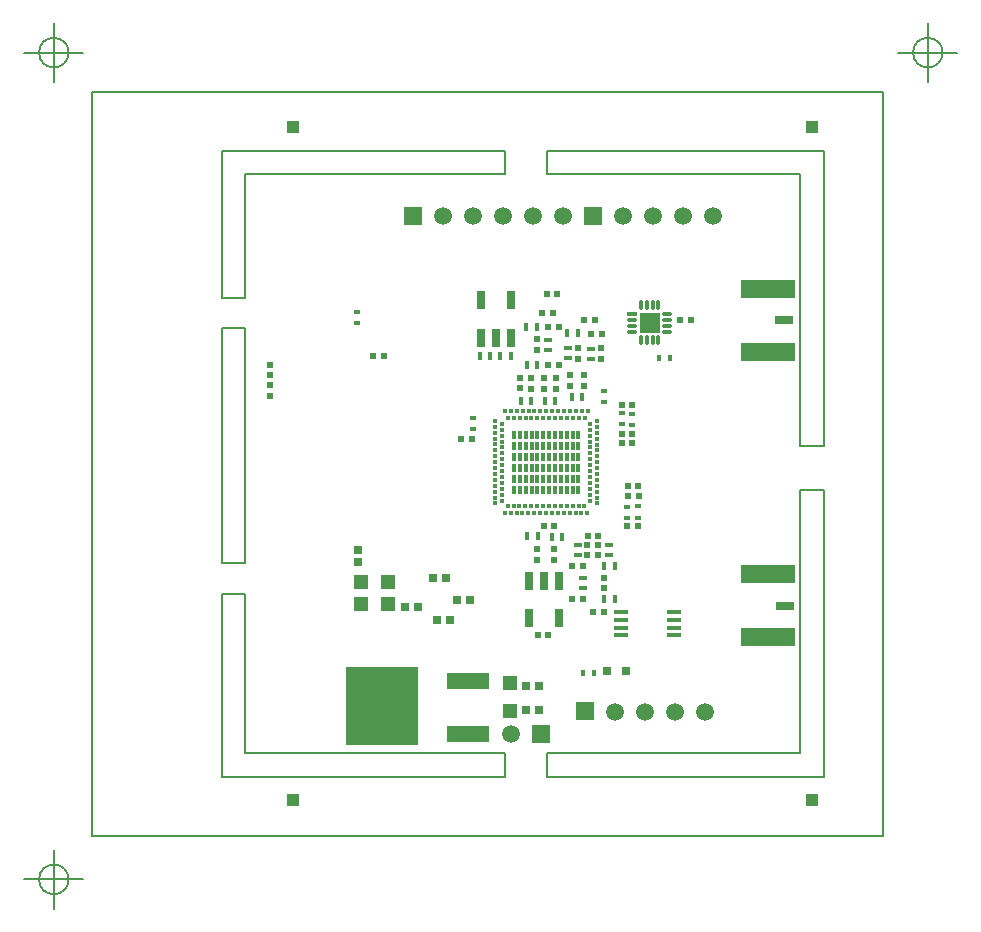
<source format=gtp>
G04 (created by PCBNEW-RS274X (2012-08-04 BZR 3667)-testing) date 10/19/2012 6:39:08 PM*
%MOIN*%
G04 Gerber Fmt 3.4, Leading zero omitted, Abs format*
%FSLAX34Y34*%
G01*
G70*
G90*
G04 APERTURE LIST*
%ADD10C,0.0017*%
%ADD11C,0.0059*%
%ADD12C,0.0077*%
%ADD13R,0.0392X0.0392*%
%ADD14R,0.0472X0.051*%
%ADD15R,0.051X0.0472*%
%ADD16R,0.0195X0.0175*%
%ADD17R,0.0175X0.0195*%
%ADD18R,0.0259X0.014*%
%ADD19R,0.014X0.0259*%
%ADD20R,0.0275X0.0314*%
%ADD21R,0.0314X0.0275*%
%ADD22R,0.0195X0.0195*%
%ADD23R,0.1417X0.055*%
%ADD24R,0.244X0.2598*%
%ADD25R,0.0314X0.0314*%
%ADD26R,0.1849X0.0589*%
%ADD27R,0.0589X0.0275*%
%ADD28C,0.0597*%
%ADD29R,0.0597X0.0597*%
%ADD30R,0.0472X0.015*%
%ADD31O,0.0472X0.015*%
%ADD32R,0.0299X0.0649*%
%ADD33R,0.0669X0.0669*%
%ADD34O,0.0117X0.0335*%
%ADD35O,0.0122X0.0335*%
%ADD36O,0.0118X0.0335*%
%ADD37O,0.0335X0.0118*%
%ADD38R,0.0335X0.0118*%
%ADD39O,0.0335X0.0122*%
%ADD40R,0.0117X0.0275*%
%ADD41R,0.0117X0.0117*%
%ADD42R,0.0117X0.0177*%
%ADD43R,0.0177X0.0117*%
G04 APERTURE END LIST*
G54D10*
G54D11*
X41831Y-53937D02*
G75*
G03X41831Y-53937I-492J0D01*
G74*
G01*
X40355Y-53937D02*
X42323Y-53937D01*
X41339Y-52953D02*
X41339Y-54921D01*
X70964Y-26378D02*
G75*
G03X70964Y-26378I-492J0D01*
G74*
G01*
X69488Y-26378D02*
X71456Y-26378D01*
X70472Y-25394D02*
X70472Y-27362D01*
X41831Y-26378D02*
G75*
G03X41831Y-26378I-492J0D01*
G74*
G01*
X40355Y-26378D02*
X42323Y-26378D01*
X41339Y-25394D02*
X41339Y-27362D01*
G54D12*
X42606Y-52483D02*
X42606Y-27680D01*
X68983Y-52483D02*
X42606Y-52483D01*
X68983Y-27680D02*
X68983Y-52483D01*
X42606Y-27680D02*
X68983Y-27680D01*
X66228Y-30437D02*
X66228Y-39492D01*
X57764Y-30437D02*
X66228Y-30437D01*
X57764Y-29650D02*
X57764Y-30437D01*
X67016Y-29650D02*
X57764Y-29650D01*
X67016Y-39492D02*
X67016Y-29650D01*
X66228Y-39492D02*
X67016Y-39492D01*
X57764Y-50515D02*
X57764Y-49728D01*
X67016Y-50515D02*
X57764Y-50515D01*
X67016Y-40948D02*
X67016Y-50515D01*
X66228Y-40948D02*
X67016Y-40948D01*
X66228Y-49728D02*
X66228Y-40948D01*
X57764Y-49728D02*
X66228Y-49728D01*
X46936Y-50515D02*
X46936Y-44413D01*
X56386Y-50515D02*
X46936Y-50515D01*
X56386Y-49728D02*
X56386Y-50515D01*
X47724Y-49728D02*
X56386Y-49728D01*
X47724Y-44413D02*
X47724Y-49728D01*
X46936Y-44413D02*
X47724Y-44413D01*
X46936Y-43390D02*
X46936Y-35555D01*
X47724Y-43390D02*
X46936Y-43390D01*
X47724Y-35555D02*
X47724Y-43390D01*
X46936Y-35555D02*
X47724Y-35555D01*
X47724Y-30437D02*
X47724Y-34570D01*
X46936Y-34570D02*
X47724Y-34570D01*
X46936Y-29648D02*
X46936Y-34570D01*
X46936Y-29648D02*
X56384Y-29648D01*
X56384Y-29648D02*
X56384Y-30437D01*
X47724Y-30437D02*
X56384Y-30437D01*
G54D13*
X49299Y-51303D03*
X49299Y-51303D03*
X66622Y-51303D03*
X66622Y-51303D03*
X66621Y-28862D03*
X66621Y-28862D03*
G54D14*
X56532Y-48310D03*
X56532Y-47406D03*
G54D15*
X51568Y-44036D03*
X52472Y-44036D03*
X51568Y-44772D03*
X52472Y-44772D03*
G54D16*
X51445Y-35036D03*
X51445Y-35406D03*
G54D17*
X61870Y-36559D03*
X61500Y-36559D03*
G54D16*
X60461Y-41890D03*
X60461Y-41520D03*
X55299Y-38559D03*
X55299Y-38929D03*
X60827Y-41504D03*
X60827Y-41874D03*
X60618Y-38784D03*
X60618Y-38414D03*
X60264Y-38402D03*
X60264Y-38772D03*
X59665Y-38024D03*
X59665Y-37654D03*
G54D18*
X58799Y-43133D03*
X58799Y-42793D03*
X57825Y-35952D03*
X57825Y-36292D03*
X59843Y-43123D03*
X59843Y-42783D03*
G54D19*
X58800Y-35740D03*
X58460Y-35740D03*
X57442Y-36787D03*
X57102Y-36787D03*
G54D18*
X58472Y-36568D03*
X58472Y-36228D03*
G54D19*
X57434Y-35512D03*
X57094Y-35512D03*
X58957Y-37870D03*
X58617Y-37870D03*
G54D18*
X59252Y-36247D03*
X59252Y-36587D03*
G54D19*
X58296Y-42520D03*
X57956Y-42520D03*
X57123Y-42500D03*
X57463Y-42500D03*
X59692Y-44606D03*
X60032Y-44606D03*
G54D18*
X58976Y-44225D03*
X58976Y-43885D03*
G54D19*
X59692Y-43484D03*
X60032Y-43484D03*
X57237Y-37984D03*
X56897Y-37984D03*
X56568Y-36500D03*
X56228Y-36500D03*
X55550Y-36496D03*
X55890Y-36496D03*
X58044Y-37992D03*
X57704Y-37992D03*
G54D20*
X57078Y-47500D03*
X57508Y-47500D03*
X57088Y-48284D03*
X57518Y-48284D03*
X54542Y-45276D03*
X54112Y-45276D03*
G54D21*
X51469Y-43372D03*
X51469Y-42943D03*
G54D20*
X53057Y-44851D03*
X53487Y-44851D03*
X55215Y-44638D03*
X54785Y-44638D03*
X53990Y-43882D03*
X54420Y-43882D03*
G54D22*
X59016Y-35305D03*
X59370Y-35305D03*
X59327Y-45031D03*
X59681Y-45031D03*
X58976Y-44606D03*
X58622Y-44606D03*
X59693Y-43878D03*
X59693Y-44232D03*
X58976Y-43504D03*
X58622Y-43504D03*
X59124Y-42776D03*
X59124Y-43130D03*
X59488Y-42776D03*
X59488Y-43130D03*
X59130Y-42477D03*
X59484Y-42477D03*
X59577Y-36584D03*
X59577Y-36230D03*
X57469Y-45799D03*
X57823Y-45799D03*
X57622Y-35059D03*
X57976Y-35059D03*
X58004Y-42933D03*
X58004Y-43287D03*
X57461Y-42933D03*
X57461Y-43287D03*
X57667Y-42165D03*
X58021Y-42165D03*
X59012Y-37480D03*
X59012Y-37126D03*
X59248Y-35744D03*
X59602Y-35744D03*
X58799Y-36575D03*
X58799Y-36221D03*
X57441Y-36289D03*
X57441Y-35935D03*
X51976Y-36496D03*
X52330Y-36496D03*
X57825Y-35522D03*
X58179Y-35522D03*
X58071Y-37579D03*
X58071Y-37225D03*
X57677Y-37579D03*
X57677Y-37225D03*
X57260Y-37575D03*
X57260Y-37221D03*
X57825Y-36781D03*
X58179Y-36781D03*
X57764Y-34433D03*
X58118Y-34433D03*
X56874Y-37567D03*
X56874Y-37213D03*
X58547Y-37480D03*
X58547Y-37126D03*
X62217Y-35299D03*
X62571Y-35299D03*
X48532Y-37130D03*
X48532Y-36776D03*
X48532Y-37457D03*
X48532Y-37811D03*
X60264Y-38110D03*
X60618Y-38110D03*
X60268Y-39083D03*
X60622Y-39083D03*
X60264Y-39406D03*
X60618Y-39406D03*
X60473Y-40831D03*
X60827Y-40831D03*
X60461Y-42173D03*
X60815Y-42173D03*
X55283Y-39252D03*
X54929Y-39252D03*
X60481Y-41173D03*
X60835Y-41173D03*
G54D23*
X55145Y-49107D03*
G54D24*
X52271Y-48173D03*
G54D23*
X55145Y-47309D03*
G54D17*
X59347Y-47051D03*
X58977Y-47051D03*
G54D25*
X60421Y-46992D03*
X59791Y-46992D03*
G54D13*
X49299Y-28862D03*
X49299Y-28862D03*
G54D26*
X65161Y-43763D03*
X65161Y-45867D03*
G54D27*
X65711Y-44815D03*
G54D26*
X65145Y-34246D03*
X65145Y-36350D03*
G54D27*
X65695Y-35298D03*
G54D28*
X58307Y-31834D03*
X57307Y-31834D03*
X56307Y-31834D03*
X55307Y-31834D03*
G54D29*
X53307Y-31814D03*
G54D28*
X54307Y-31834D03*
G54D29*
X57576Y-49079D03*
G54D28*
X56576Y-49079D03*
G54D30*
X62005Y-45800D03*
G54D31*
X62005Y-45543D03*
X62005Y-45289D03*
X62005Y-45032D03*
X60235Y-45032D03*
X60235Y-45289D03*
X60235Y-45543D03*
X60235Y-45800D03*
G54D32*
X57164Y-43981D03*
X57664Y-43981D03*
X58164Y-43981D03*
X58164Y-45232D03*
X57164Y-45232D03*
G54D33*
X61200Y-35379D03*
G54D34*
X61298Y-34799D03*
G54D35*
X61102Y-34799D03*
G54D34*
X60905Y-34799D03*
G54D35*
X61495Y-34799D03*
X61102Y-35959D03*
G54D36*
X60905Y-35960D03*
X61298Y-35960D03*
X61495Y-35960D03*
G54D37*
X60619Y-35281D03*
G54D38*
X60619Y-35084D03*
G54D37*
X60619Y-35477D03*
X60619Y-35674D03*
G54D39*
X61780Y-35281D03*
G54D37*
X61781Y-35084D03*
X61781Y-35477D03*
X61781Y-35674D03*
G54D32*
X56579Y-35874D03*
X56079Y-35874D03*
X55579Y-35874D03*
X55579Y-34623D03*
X56579Y-34623D03*
G54D40*
X58242Y-40948D03*
X58242Y-40580D03*
X58242Y-40216D03*
X58242Y-39845D03*
X58242Y-39480D03*
X58242Y-39113D03*
X58437Y-39113D03*
X58439Y-39480D03*
X58439Y-39845D03*
X58439Y-40216D03*
X58439Y-40580D03*
X58439Y-40948D03*
X58827Y-40948D03*
X58827Y-40580D03*
X58827Y-40216D03*
X58827Y-39845D03*
X58827Y-39480D03*
X58827Y-39113D03*
X58630Y-39113D03*
X58630Y-39480D03*
X58630Y-39845D03*
X58630Y-40216D03*
X58630Y-40580D03*
X58630Y-40948D03*
X57462Y-40948D03*
X57462Y-40580D03*
X57462Y-40216D03*
X57462Y-39845D03*
X57462Y-39480D03*
X57462Y-39113D03*
X57657Y-39113D03*
X57659Y-39480D03*
X57659Y-39845D03*
X57659Y-40216D03*
X57659Y-40580D03*
X57659Y-40948D03*
X58047Y-40948D03*
X58047Y-40580D03*
X58047Y-40216D03*
X58047Y-39845D03*
X58047Y-39480D03*
X58047Y-39113D03*
X57850Y-39113D03*
X57850Y-39480D03*
X57850Y-39845D03*
X57850Y-40216D03*
X57850Y-40580D03*
X57850Y-40948D03*
X57067Y-40948D03*
X57067Y-40580D03*
X57067Y-40216D03*
X57067Y-39845D03*
X57067Y-39480D03*
X57067Y-39113D03*
X57264Y-39113D03*
X57265Y-39480D03*
X57265Y-39845D03*
X57265Y-40216D03*
X57265Y-40580D03*
X57265Y-40948D03*
X56875Y-40948D03*
X56875Y-40580D03*
X56875Y-40216D03*
X56875Y-39845D03*
X56875Y-39480D03*
X56875Y-39113D03*
G54D41*
X58836Y-38554D03*
X59033Y-38554D03*
X58638Y-38554D03*
X58441Y-38554D03*
X58245Y-38554D03*
X58048Y-38554D03*
X57851Y-38554D03*
X57655Y-38554D03*
X57458Y-38554D03*
X57260Y-38554D03*
X57063Y-38554D03*
X56866Y-38554D03*
X56671Y-38554D03*
G54D42*
X59130Y-38330D03*
X58933Y-38330D03*
X58738Y-38330D03*
X58541Y-38330D03*
X58343Y-38330D03*
X58146Y-38330D03*
X57950Y-38330D03*
X57753Y-38330D03*
X57556Y-38330D03*
X57360Y-38330D03*
X57163Y-38330D03*
X56966Y-38330D03*
X56768Y-38330D03*
X56571Y-38330D03*
G54D41*
X56473Y-38554D03*
G54D43*
X59453Y-38653D03*
G54D41*
X59228Y-38753D03*
G54D43*
X59453Y-38852D03*
X59453Y-39048D03*
X59453Y-39245D03*
X59453Y-39442D03*
X59453Y-39638D03*
X59451Y-39835D03*
X59453Y-40032D03*
X59453Y-40228D03*
X59453Y-40427D03*
X59453Y-40622D03*
X59453Y-40820D03*
X59453Y-41017D03*
X59453Y-41212D03*
X59453Y-41400D03*
G54D41*
X59228Y-38950D03*
X59228Y-39145D03*
X59228Y-39343D03*
X59228Y-39540D03*
X59228Y-39737D03*
X59228Y-39933D03*
X59228Y-40132D03*
X59228Y-40327D03*
X59228Y-40523D03*
X59228Y-40722D03*
X59228Y-40918D03*
X59228Y-41312D03*
X59228Y-41115D03*
X58830Y-41505D03*
X59026Y-41505D03*
X58633Y-41505D03*
X58436Y-41505D03*
X58238Y-41505D03*
X58043Y-41505D03*
X57846Y-41505D03*
X57648Y-41505D03*
X57451Y-41505D03*
X57255Y-41505D03*
X57058Y-41505D03*
X56860Y-41505D03*
X56665Y-41505D03*
G54D42*
X59123Y-41730D03*
X58926Y-41730D03*
X58731Y-41730D03*
X58535Y-41730D03*
X58338Y-41730D03*
X58141Y-41730D03*
X57943Y-41730D03*
X57746Y-41730D03*
X57550Y-41729D03*
X57353Y-41730D03*
X57156Y-41730D03*
X56960Y-41730D03*
X56763Y-41730D03*
X56566Y-41730D03*
G54D41*
X56468Y-41505D03*
G54D42*
X56368Y-41730D03*
X56374Y-38330D03*
G54D43*
X56051Y-38652D03*
G54D41*
X56276Y-38751D03*
G54D43*
X56051Y-38849D03*
X56051Y-39046D03*
X56051Y-39243D03*
X56051Y-39440D03*
X56051Y-39637D03*
X56051Y-39833D03*
X56051Y-40030D03*
X56051Y-40227D03*
X56051Y-40424D03*
X56051Y-40621D03*
X56051Y-40818D03*
X56051Y-41015D03*
X56051Y-41210D03*
X56051Y-41407D03*
G54D41*
X56276Y-38948D03*
X56276Y-39144D03*
X56276Y-39341D03*
X56276Y-39538D03*
X56276Y-39735D03*
X56276Y-39932D03*
X56276Y-40129D03*
X56276Y-40326D03*
X56276Y-40522D03*
X56276Y-40719D03*
X56276Y-40916D03*
X56276Y-41310D03*
X56276Y-41113D03*
G54D40*
X56679Y-39113D03*
X56679Y-39480D03*
X56679Y-39845D03*
X56679Y-40216D03*
X56679Y-40580D03*
X56679Y-40948D03*
G54D28*
X63314Y-31834D03*
X62314Y-31834D03*
X61314Y-31834D03*
G54D29*
X59314Y-31814D03*
G54D28*
X60314Y-31834D03*
X63043Y-48350D03*
X62043Y-48350D03*
X61043Y-48350D03*
G54D29*
X59043Y-48330D03*
G54D28*
X60043Y-48350D03*
M02*

</source>
